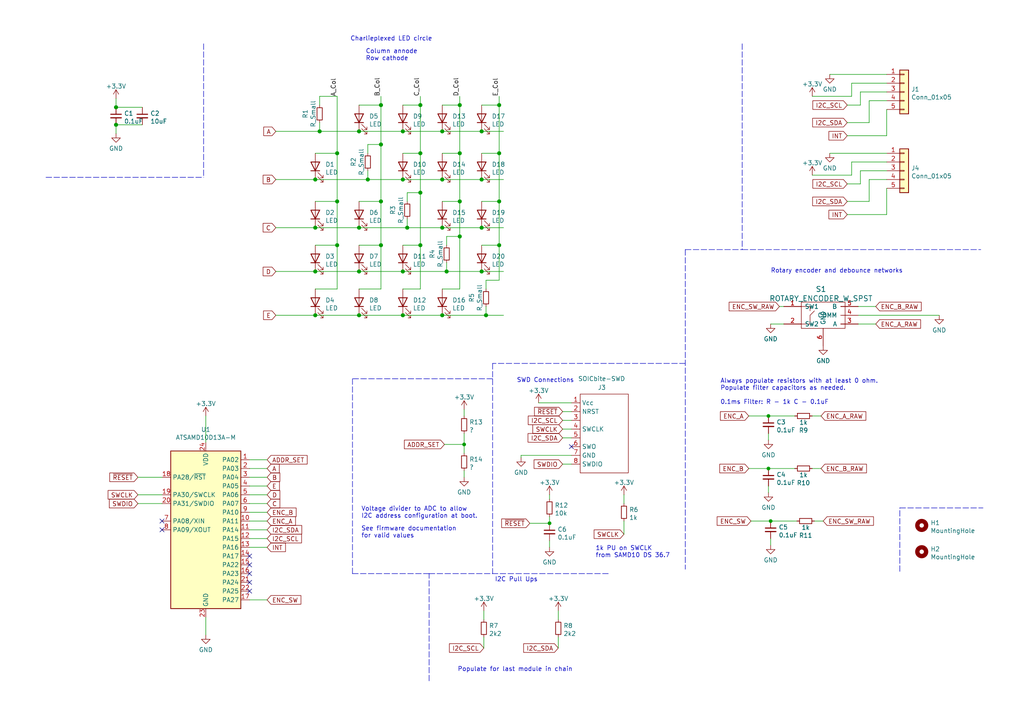
<source format=kicad_sch>
(kicad_sch (version 20211123) (generator eeschema)
  (paper "A4")
  (lib_symbols
    (symbol "BVH_SOICbite:SOICbite-SWD"
      (property "Reference" "J" (at 0 -15.24 0))
      (property "Value" "SOICbite-SWD" (at 0 11.43 0))
      (symbol "SOICbite-SWD_0_1"
        (rectangle (start -6.35 10.16) (end 7.62 -12.7))
      )
      (symbol "SOICbite-SWD_1_1"
        (pin output line (at -8.89 7.62 0) (length 2.54) (name "Vcc") (number "1"))
        (pin output line (at -8.89 5.08 0) (length 2.54) (name "NRST") (number "2"))
        (pin output line (at -8.89 2.54 0) (length 2.54) (name "") (number "3"))
        (pin output line (at -8.89 0 0) (length 2.54) (name "SWCLK") (number "4"))
        (pin output line (at -8.89 -2.54 0) (length 2.54) (name "") (number "5"))
        (pin input line (at -8.89 -5.08 0) (length 2.54) (name "SWO") (number "6"))
        (pin output line (at -8.89 -7.62 0) (length 2.54) (name "GND") (number "7"))
        (pin bidirectional line (at -8.89 -10.16 0) (length 2.54) (name "SWDIO") (number "8"))
      )
    )
    (symbol "BVH_Switches_Inputs:ROTARY_ENCODER_W_SPST" (pin_names (offset 1.016))
      (property "Reference" "S" (at 0 5.08 0))
      (property "Value" "ROTARY_ENCODER_W_SPST" (at 1.27 7.62 0))
      (symbol "ROTARY_ENCODER_W_SPST_0_1"
        (rectangle (start -6.35 3.81) (end 6.35 -3.81))
        (polyline (pts (xy -6.35 -2.54) (xy -3.81 -2.54)))
        (polyline (pts (xy -6.35 2.54) (xy -3.81 2.54)))
        (polyline (pts (xy -3.81 2.54) (xy -3.81 1.27)))
        (polyline (pts (xy -3.81 -2.54) (xy -3.81 0) (xy -2.54 1.27)))
      )
      (symbol "ROTARY_ENCODER_W_SPST_1_1"
        (pin input line (at -11.43 2.54 0) (length 5.08) (name "SW1") (number "1"))
        (pin input line (at -11.43 -2.54 0) (length 5.08) (name "SW2") (number "2"))
        (pin input line (at 10.16 -2.54 180) (length 5.08) (name "A") (number "3"))
        (pin input line (at 10.16 0 180) (length 5.08) (name "COMM") (number "4"))
        (pin input line (at 10.16 2.54 180) (length 5.08) (name "B") (number "5"))
        (pin input line (at 0 -8.89 90) (length 5.08) (name "GND") (number "6"))
      )
    )
    (symbol "Connector_Generic:Conn_01x05" (pin_names (offset 1.016) hide)
      (property "Reference" "J" (at 0 7.62 0))
      (property "Value" "Conn_01x05" (at 0 -7.62 0))
      (symbol "Conn_01x05_1_1"
        (rectangle (start -1.27 -4.953) (end 0 -5.207) (stroke (width 0.1524)))
        (rectangle (start -1.27 -2.413) (end 0 -2.667) (stroke (width 0.1524)))
        (rectangle (start -1.27 0.127) (end 0 -0.127) (stroke (width 0.1524)))
        (rectangle (start -1.27 2.667) (end 0 2.413) (stroke (width 0.1524)))
        (rectangle (start -1.27 5.207) (end 0 4.953) (stroke (width 0.1524)))
        (rectangle (start -1.27 6.35) (end 1.27 -6.35) (stroke (width 0.254)) (fill (type background)))
        (pin passive line (at -5.08 5.08 0) (length 3.81) (name "Pin_1") (number "1"))
        (pin passive line (at -5.08 2.54 0) (length 3.81) (name "Pin_2") (number "2"))
        (pin passive line (at -5.08 0 0) (length 3.81) (name "Pin_3") (number "3"))
        (pin passive line (at -5.08 -2.54 0) (length 3.81) (name "Pin_4") (number "4"))
        (pin passive line (at -5.08 -5.08 0) (length 3.81) (name "Pin_5") (number "5"))
      )
    )
    (symbol "Device:C_Small" (pin_numbers hide) (pin_names (offset 0.254) hide)
      (property "Reference" "C" (at 0.254 1.778 0))
      (property "Value" "C_Small" (at 0.254 -2.032 0))
      (symbol "C_Small_0_1"
        (polyline (pts (xy -1.524 -0.508) (xy 1.524 -0.508)) (stroke (width 0.3302)))
        (polyline (pts (xy -1.524 0.508) (xy 1.524 0.508)) (stroke (width 0.3048)))
      )
      (symbol "C_Small_1_1"
        (pin passive line (at 0 2.54 270) (length 2.032) (name "~") (number "1"))
        (pin passive line (at 0 -2.54 90) (length 2.032) (name "~") (number "2"))
      )
    )
    (symbol "Device:LED" (pin_numbers hide) (pin_names (offset 1.016) hide)
      (property "Reference" "D" (at 0 2.54 0))
      (property "Value" "LED" (at 0 -2.54 0))
      (symbol "LED_0_1"
        (polyline (pts (xy -1.27 -1.27) (xy -1.27 1.27)) (stroke (width 0.254)))
        (polyline (pts (xy -1.27 0) (xy 1.27 0)))
        (polyline (pts (xy 1.27 -1.27) (xy 1.27 1.27) (xy -1.27 0) (xy 1.27 -1.27)) (stroke (width 0.254)))
        (polyline (pts (xy -3.048 -0.762) (xy -4.572 -2.286) (xy -3.81 -2.286) (xy -4.572 -2.286) (xy -4.572 -1.524)))
        (polyline (pts (xy -1.778 -0.762) (xy -3.302 -2.286) (xy -2.54 -2.286) (xy -3.302 -2.286) (xy -3.302 -1.524)))
      )
      (symbol "LED_1_1"
        (pin passive line (at -3.81 0 0) (length 2.54) (name "K") (number "1"))
        (pin passive line (at 3.81 0 180) (length 2.54) (name "A") (number "2"))
      )
    )
    (symbol "Device:R_Small" (pin_numbers hide) (pin_names (offset 0.254) hide)
      (property "Reference" "R" (at 0.762 0.508 0))
      (property "Value" "R_Small" (at 0.762 -1.016 0))
      (symbol "R_Small_0_1"
        (rectangle (start -0.762 1.778) (end 0.762 -1.778) (stroke (width 0.2032)))
      )
      (symbol "R_Small_1_1"
        (pin passive line (at 0 2.54 270) (length 0.762) (name "~") (number "1"))
        (pin passive line (at 0 -2.54 90) (length 0.762) (name "~") (number "2"))
      )
    )
    (symbol "MCU_Microchip_SAMD:ATSAMD10D13A-M"
      (property "Reference" "U" (at -10.16 24.13 0))
      (property "Value" "ATSAMD10D13A-M" (at 1.27 24.13 0))
      (symbol "ATSAMD10D13A-M_0_1"
        (rectangle (start -10.16 22.86) (end 10.16 -22.86) (stroke (width 0.254)) (fill (type background)))
      )
      (symbol "ATSAMD10D13A-M_1_1"
        (pin bidirectional line (at 12.7 20.32 180) (length 2.54) (name "PA02") (number "1"))
        (pin bidirectional line (at 12.7 2.54 180) (length 2.54) (name "PA11") (number "10"))
        (pin bidirectional line (at 12.7 0 180) (length 2.54) (name "PA14") (number "11"))
        (pin bidirectional line (at 12.7 -2.54 180) (length 2.54) (name "PA15") (number "12"))
        (pin bidirectional line (at 12.7 -5.08 180) (length 2.54) (name "PA16") (number "13"))
        (pin bidirectional line (at 12.7 -7.62 180) (length 2.54) (name "PA17") (number "14"))
        (pin bidirectional line (at 12.7 -10.16 180) (length 2.54) (name "PA22") (number "15"))
        (pin bidirectional line (at 12.7 -12.7 180) (length 2.54) (name "PA23") (number "16"))
        (pin bidirectional line (at 12.7 -20.32 180) (length 2.54) (name "PA27") (number "17"))
        (pin bidirectional line (at -12.7 15.24 0) (length 2.54) (name "PA28/~{RST}") (number "18"))
        (pin bidirectional line (at -12.7 10.16 0) (length 2.54) (name "PA30/SWCLK") (number "19"))
        (pin bidirectional line (at 12.7 17.78 180) (length 2.54) (name "PA03") (number "2"))
        (pin bidirectional line (at -12.7 7.62 0) (length 2.54) (name "PA31/SWDIO") (number "20"))
        (pin bidirectional line (at 12.7 -15.24 180) (length 2.54) (name "PA24") (number "21"))
        (pin bidirectional line (at 12.7 -17.78 180) (length 2.54) (name "PA25") (number "22"))
        (pin power_in line (at 0 -25.4 90) (length 2.54) (name "GND") (number "23"))
        (pin power_in line (at 0 25.4 270) (length 2.54) (name "VDD") (number "24"))
        (pin bidirectional line (at 12.7 15.24 180) (length 2.54) (name "PA04") (number "3"))
        (pin bidirectional line (at 12.7 12.7 180) (length 2.54) (name "PA05") (number "4"))
        (pin bidirectional line (at 12.7 10.16 180) (length 2.54) (name "PA06") (number "5"))
        (pin bidirectional line (at 12.7 7.62 180) (length 2.54) (name "PA07") (number "6"))
        (pin bidirectional line (at -12.7 2.54 0) (length 2.54) (name "PA08/XIN") (number "7"))
        (pin bidirectional line (at -12.7 0 0) (length 2.54) (name "PA09/XOUT") (number "8"))
        (pin bidirectional line (at 12.7 5.08 180) (length 2.54) (name "PA10") (number "9"))
      )
    )
    (symbol "Mechanical:MountingHole" (pin_names (offset 1.016))
      (property "Reference" "H" (at 0 5.08 0))
      (property "Value" "MountingHole" (at 0 3.175 0))
      (symbol "MountingHole_0_1"
        (circle (center 0 0) (radius 1.27) (stroke (width 1.27)))
      )
    )
    (symbol "power:+3.3V" (power) (pin_names (offset 0))
      (property "Value" "+3.3V" (at 0 3.556 0))
      (symbol "+3.3V_0_1"
        (polyline (pts (xy -0.762 1.27) (xy 0 2.54)))
        (polyline (pts (xy 0 0) (xy 0 2.54)))
        (polyline (pts (xy 0 2.54) (xy 0.762 1.27)))
      )
      (symbol "+3.3V_1_1"
        (pin power_in line (at 0 0 90) (length 0) hide (name "+3.3V") (number "1"))
      )
    )
    (symbol "power:GND" (power) (pin_names (offset 0))
      (property "Value" "GND" (at 0 -3.81 0))
      (symbol "GND_0_1"
        (polyline (pts (xy 0 0) (xy 0 -1.27) (xy 1.27 -1.27) (xy 0 -2.54) (xy -1.27 -1.27) (xy 0 -1.27)))
      )
      (symbol "GND_1_1"
        (pin power_in line (at 0 0 270) (length 0) hide (name "GND") (number "1"))
      )
    )
  )
  (junction (at 139.7 78.74) (diameter 1.016))
  (junction (at 128.27 66.04) (diameter 1.016))
  (junction (at 144.78 58.42) (diameter 1.016))
  (junction (at 110.49 58.42) (diameter 1.016))
  (junction (at 116.84 91.44) (diameter 1.016))
  (junction (at 91.44 91.44) (diameter 1.016))
  (junction (at 33.655 31.115) (diameter 1.016))
  (junction (at 121.92 44.45) (diameter 1.016))
  (junction (at 121.92 30.48) (diameter 1.016))
  (junction (at 128.27 38.1) (diameter 1.016))
  (junction (at 134.62 128.905))
  (junction (at 223.52 151.13))
  (junction (at 128.27 91.44) (diameter 1.016))
  (junction (at 97.79 58.42) (diameter 1.016))
  (junction (at 91.44 52.07) (diameter 1.016))
  (junction (at 110.49 41.91) (diameter 1.016))
  (junction (at 133.35 68.58) (diameter 1.016))
  (junction (at 116.84 38.1) (diameter 1.016))
  (junction (at 139.7 52.07) (diameter 1.016))
  (junction (at 104.14 66.04) (diameter 1.016))
  (junction (at 104.14 38.1) (diameter 1.016))
  (junction (at 116.84 78.74) (diameter 1.016))
  (junction (at 144.78 71.12) (diameter 1.016))
  (junction (at 110.49 71.12) (diameter 1.016))
  (junction (at 33.655 36.195) (diameter 1.016))
  (junction (at 144.78 44.45) (diameter 1.016))
  (junction (at 110.49 30.48) (diameter 1.016))
  (junction (at 139.7 38.1) (diameter 1.016))
  (junction (at 91.44 78.74) (diameter 1.016))
  (junction (at 97.79 44.45) (diameter 1.016))
  (junction (at 104.14 78.74) (diameter 1.016))
  (junction (at 118.11 66.04) (diameter 1.016))
  (junction (at 92.71 38.1) (diameter 1.016))
  (junction (at 144.78 30.48) (diameter 1.016))
  (junction (at 128.27 52.07) (diameter 1.016))
  (junction (at 133.35 44.45) (diameter 1.016))
  (junction (at 106.68 52.07) (diameter 1.016))
  (junction (at 140.97 91.44) (diameter 1.016))
  (junction (at 133.35 58.42) (diameter 1.016))
  (junction (at 104.14 91.44) (diameter 1.016))
  (junction (at 159.385 151.765))
  (junction (at 133.35 30.48) (diameter 1.016))
  (junction (at 116.84 52.07) (diameter 1.016))
  (junction (at 129.54 78.74) (diameter 1.016))
  (junction (at 97.79 71.12) (diameter 1.016))
  (junction (at 222.885 120.65))
  (junction (at 121.92 71.12) (diameter 1.016))
  (junction (at 139.7 66.04) (diameter 1.016))
  (junction (at 121.92 55.88) (diameter 1.016))
  (junction (at 91.44 66.04) (diameter 1.016))
  (junction (at 222.885 135.89))
  (no_connect (at 72.39 161.29))
  (no_connect (at 72.39 163.83))
  (no_connect (at 72.39 166.37))
  (no_connect (at 72.39 168.91))
  (no_connect (at 46.99 151.13))
  (no_connect (at 46.99 153.67))
  (no_connect (at 72.39 171.45))
  (no_connect (at 165.735 129.54))
  (wire (pts (xy 129.54 76.2) (xy 129.54 78.74)))
  (wire (pts (xy 240.665 21.59) (xy 257.175 21.59)))
  (wire (pts (xy 72.39 143.51) (xy 77.47 143.51)))
  (wire (pts (xy 217.805 151.13) (xy 223.52 151.13)))
  (wire (pts (xy 40.005 143.51) (xy 46.99 143.51)))
  (wire (pts (xy 144.78 27.94) (xy 144.78 30.48)))
  (wire (pts (xy 144.78 30.48) (xy 144.78 44.45)))
  (wire (pts (xy 144.78 44.45) (xy 144.78 58.42)))
  (wire (pts (xy 144.78 58.42) (xy 144.78 71.12)))
  (wire (pts (xy 144.78 71.12) (xy 144.78 81.28)))
  (wire (pts (xy 59.69 120.65) (xy 59.69 128.27)))
  (polyline (pts (xy 59.055 12.7) (xy 59.055 51.435)))
  (wire (pts (xy 92.71 35.56) (xy 92.71 38.1)))
  (wire (pts (xy 116.84 71.12) (xy 121.92 71.12)))
  (wire (pts (xy 257.175 62.23) (xy 257.175 54.61)))
  (wire (pts (xy 161.925 184.785) (xy 161.925 187.96)))
  (wire (pts (xy 235.585 120.65) (xy 238.125 120.65)))
  (wire (pts (xy 247.015 46.99) (xy 247.015 50.8)))
  (wire (pts (xy 163.195 124.46) (xy 165.735 124.46)))
  (wire (pts (xy 222.885 135.89) (xy 230.505 135.89)))
  (wire (pts (xy 240.665 44.45) (xy 257.175 44.45)))
  (wire (pts (xy 97.79 71.12) (xy 97.79 83.82)))
  (wire (pts (xy 163.195 127) (xy 165.735 127)))
  (wire (pts (xy 245.745 62.23) (xy 257.175 62.23)))
  (wire (pts (xy 72.39 173.99) (xy 77.47 173.99)))
  (wire (pts (xy 153.67 151.765) (xy 159.385 151.765)))
  (wire (pts (xy 139.7 44.45) (xy 144.78 44.45)))
  (polyline (pts (xy 142.875 109.855) (xy 102.235 109.855)))
  (wire (pts (xy 91.44 44.45) (xy 97.79 44.45)))
  (wire (pts (xy 134.62 128.905) (xy 134.62 125.73)))
  (wire (pts (xy 118.11 55.88) (xy 121.92 55.88)))
  (wire (pts (xy 118.11 58.42) (xy 118.11 55.88)))
  (wire (pts (xy 110.49 27.94) (xy 110.49 30.48)))
  (wire (pts (xy 110.49 30.48) (xy 110.49 41.91)))
  (wire (pts (xy 110.49 41.91) (xy 110.49 58.42)))
  (wire (pts (xy 110.49 58.42) (xy 110.49 71.12)))
  (wire (pts (xy 72.39 153.67) (xy 77.47 153.67)))
  (wire (pts (xy 235.585 50.8) (xy 247.015 50.8)))
  (wire (pts (xy 159.385 149.86) (xy 159.385 151.765)))
  (wire (pts (xy 257.175 46.99) (xy 247.015 46.99)))
  (wire (pts (xy 106.68 41.91) (xy 110.49 41.91)))
  (wire (pts (xy 106.68 44.45) (xy 106.68 41.91)))
  (wire (pts (xy 180.975 151.13) (xy 180.975 154.94)))
  (wire (pts (xy 236.22 151.13) (xy 238.76 151.13)))
  (wire (pts (xy 72.39 133.35) (xy 77.47 133.35)))
  (wire (pts (xy 163.195 121.92) (xy 165.735 121.92)))
  (wire (pts (xy 118.11 63.5) (xy 118.11 66.04)))
  (wire (pts (xy 134.62 128.905) (xy 134.62 131.445)))
  (wire (pts (xy 128.27 44.45) (xy 133.35 44.45)))
  (wire (pts (xy 110.49 71.12) (xy 110.49 83.82)))
  (wire (pts (xy 128.905 128.905) (xy 134.62 128.905)))
  (wire (pts (xy 217.17 120.65) (xy 222.885 120.65)))
  (wire (pts (xy 128.27 58.42) (xy 133.35 58.42)))
  (wire (pts (xy 72.39 138.43) (xy 77.47 138.43)))
  (wire (pts (xy 222.885 120.65) (xy 230.505 120.65)))
  (wire (pts (xy 140.97 81.28) (xy 144.78 81.28)))
  (wire (pts (xy 140.97 83.82) (xy 140.97 81.28)))
  (wire (pts (xy 72.39 135.89) (xy 77.47 135.89)))
  (wire (pts (xy 223.52 156.21) (xy 223.52 158.115)))
  (wire (pts (xy 33.655 28.575) (xy 33.655 31.115)))
  (wire (pts (xy 180.975 143.51) (xy 180.975 146.05)))
  (wire (pts (xy 72.39 158.75) (xy 77.47 158.75)))
  (wire (pts (xy 40.005 138.43) (xy 46.99 138.43)))
  (wire (pts (xy 72.39 148.59) (xy 77.47 148.59)))
  (wire (pts (xy 163.195 134.62) (xy 165.735 134.62)))
  (wire (pts (xy 106.68 49.53) (xy 106.68 52.07)))
  (wire (pts (xy 245.745 39.37) (xy 257.175 39.37)))
  (wire (pts (xy 257.175 39.37) (xy 257.175 31.75)))
  (wire (pts (xy 248.92 91.44) (xy 272.415 91.44)))
  (wire (pts (xy 223.52 93.98) (xy 227.33 93.98)))
  (wire (pts (xy 59.69 179.07) (xy 59.69 184.15)))
  (wire (pts (xy 140.335 184.785) (xy 140.335 187.96)))
  (wire (pts (xy 116.84 30.48) (xy 121.92 30.48)))
  (wire (pts (xy 72.39 156.21) (xy 77.47 156.21)))
  (wire (pts (xy 163.195 119.38) (xy 165.735 119.38)))
  (wire (pts (xy 140.335 177.165) (xy 140.335 179.705)))
  (wire (pts (xy 104.14 83.82) (xy 110.49 83.82)))
  (wire (pts (xy 252.095 52.07) (xy 252.095 58.42)))
  (wire (pts (xy 140.97 88.9) (xy 140.97 91.44)))
  (wire (pts (xy 116.84 83.82) (xy 121.92 83.82)))
  (wire (pts (xy 116.84 44.45) (xy 121.92 44.45)))
  (polyline (pts (xy 124.46 166.37) (xy 176.53 166.37)))
  (wire (pts (xy 223.52 151.13) (xy 231.14 151.13)))
  (wire (pts (xy 129.54 68.58) (xy 133.35 68.58)))
  (wire (pts (xy 129.54 71.12) (xy 129.54 68.58)))
  (wire (pts (xy 33.655 36.195) (xy 33.655 38.735)))
  (wire (pts (xy 235.585 27.94) (xy 247.015 27.94)))
  (wire (pts (xy 247.015 24.13) (xy 247.015 27.94)))
  (wire (pts (xy 257.175 24.13) (xy 247.015 24.13)))
  (wire (pts (xy 245.745 30.48) (xy 249.555 30.48)))
  (wire (pts (xy 249.555 26.67) (xy 257.175 26.67)))
  (wire (pts (xy 249.555 30.48) (xy 249.555 26.67)))
  (wire (pts (xy 121.92 27.94) (xy 121.92 30.48)))
  (wire (pts (xy 121.92 30.48) (xy 121.92 44.45)))
  (wire (pts (xy 121.92 44.45) (xy 121.92 55.88)))
  (wire (pts (xy 121.92 55.88) (xy 121.92 71.12)))
  (wire (pts (xy 121.92 71.12) (xy 121.92 83.82)))
  (wire (pts (xy 40.005 146.05) (xy 46.99 146.05)))
  (wire (pts (xy 80.01 52.07) (xy 91.44 52.07)))
  (wire (pts (xy 91.44 52.07) (xy 106.68 52.07)))
  (wire (pts (xy 106.68 52.07) (xy 116.84 52.07)))
  (wire (pts (xy 116.84 52.07) (xy 128.27 52.07)))
  (wire (pts (xy 128.27 52.07) (xy 139.7 52.07)))
  (wire (pts (xy 139.7 52.07) (xy 146.05 52.07)))
  (wire (pts (xy 134.62 118.745) (xy 134.62 120.65)))
  (wire (pts (xy 72.39 151.13) (xy 77.47 151.13)))
  (wire (pts (xy 159.385 156.845) (xy 159.385 158.75)))
  (wire (pts (xy 151.13 132.08) (xy 151.13 132.715)))
  (polyline (pts (xy 260.985 147.32) (xy 285.115 147.32)))
  (wire (pts (xy 33.655 31.115) (xy 41.275 31.115)))
  (polyline (pts (xy 13.335 51.435) (xy 59.055 51.435)))
  (polyline (pts (xy 215.265 12.7) (xy 215.265 72.39)))
  (wire (pts (xy 156.21 116.84) (xy 165.735 116.84)))
  (wire (pts (xy 252.095 29.21) (xy 252.095 35.56)))
  (wire (pts (xy 252.095 35.56) (xy 245.745 35.56)))
  (wire (pts (xy 257.175 29.21) (xy 252.095 29.21)))
  (wire (pts (xy 235.585 135.89) (xy 238.125 135.89)))
  (wire (pts (xy 97.79 27.94) (xy 97.79 44.45)))
  (wire (pts (xy 97.79 44.45) (xy 97.79 58.42)))
  (wire (pts (xy 97.79 58.42) (xy 97.79 71.12)))
  (wire (pts (xy 104.14 58.42) (xy 110.49 58.42)))
  (wire (pts (xy 257.175 52.07) (xy 252.095 52.07)))
  (wire (pts (xy 249.555 49.53) (xy 257.175 49.53)))
  (wire (pts (xy 139.7 58.42) (xy 144.78 58.42)))
  (wire (pts (xy 92.71 27.94) (xy 97.79 27.94)))
  (wire (pts (xy 92.71 30.48) (xy 92.71 27.94)))
  (polyline (pts (xy 102.235 166.37) (xy 124.46 166.37)))
  (polyline (pts (xy 198.755 105.41) (xy 142.875 105.41)))
  (wire (pts (xy 91.44 58.42) (xy 97.79 58.42)))
  (wire (pts (xy 133.35 27.94) (xy 133.35 30.48)))
  (wire (pts (xy 133.35 30.48) (xy 133.35 44.45)))
  (wire (pts (xy 133.35 44.45) (xy 133.35 58.42)))
  (wire (pts (xy 133.35 58.42) (xy 133.35 68.58)))
  (wire (pts (xy 133.35 68.58) (xy 133.35 83.82)))
  (wire (pts (xy 226.06 88.9) (xy 227.33 88.9)))
  (wire (pts (xy 104.14 71.12) (xy 110.49 71.12)))
  (wire (pts (xy 249.555 53.34) (xy 249.555 49.53)))
  (polyline (pts (xy 198.755 72.39) (xy 198.755 165.1)))
  (polyline (pts (xy 102.235 109.855) (xy 102.235 166.37)))
  (wire (pts (xy 139.7 71.12) (xy 144.78 71.12)))
  (wire (pts (xy 134.62 136.525) (xy 134.62 138.43)))
  (wire (pts (xy 80.01 78.74) (xy 91.44 78.74)))
  (wire (pts (xy 91.44 78.74) (xy 104.14 78.74)))
  (wire (pts (xy 104.14 78.74) (xy 116.84 78.74)))
  (wire (pts (xy 116.84 78.74) (xy 129.54 78.74)))
  (wire (pts (xy 129.54 78.74) (xy 139.7 78.74)))
  (wire (pts (xy 139.7 78.74) (xy 146.05 78.74)))
  (wire (pts (xy 248.92 88.9) (xy 254 88.9)))
  (wire (pts (xy 33.655 36.195) (xy 41.275 36.195)))
  (polyline (pts (xy 215.265 72.39) (xy 284.48 72.39)))
  (wire (pts (xy 161.925 177.165) (xy 161.925 179.705)))
  (wire (pts (xy 80.01 38.1) (xy 92.71 38.1)))
  (wire (pts (xy 80.01 91.44) (xy 91.44 91.44)))
  (wire (pts (xy 91.44 91.44) (xy 104.14 91.44)))
  (wire (pts (xy 92.71 38.1) (xy 104.14 38.1)))
  (wire (pts (xy 104.14 38.1) (xy 116.84 38.1)))
  (wire (pts (xy 104.14 91.44) (xy 116.84 91.44)))
  (wire (pts (xy 116.84 38.1) (xy 128.27 38.1)))
  (wire (pts (xy 116.84 91.44) (xy 128.27 91.44)))
  (wire (pts (xy 128.27 38.1) (xy 139.7 38.1)))
  (wire (pts (xy 128.27 91.44) (xy 140.97 91.44)))
  (wire (pts (xy 139.7 38.1) (xy 146.05 38.1)))
  (wire (pts (xy 140.97 91.44) (xy 146.05 91.44)))
  (polyline (pts (xy 124.46 197.485) (xy 124.46 166.37)))
  (wire (pts (xy 104.14 30.48) (xy 110.49 30.48)))
  (polyline (pts (xy 260.985 165.735) (xy 260.985 147.32)))
  (wire (pts (xy 222.885 140.97) (xy 222.885 142.875)))
  (wire (pts (xy 72.39 146.05) (xy 77.47 146.05)))
  (wire (pts (xy 248.92 93.98) (xy 254 93.98)))
  (wire (pts (xy 91.44 71.12) (xy 97.79 71.12)))
  (wire (pts (xy 72.39 140.97) (xy 77.47 140.97)))
  (wire (pts (xy 128.27 83.82) (xy 133.35 83.82)))
  (polyline (pts (xy 198.755 72.39) (xy 215.265 72.39)))
  (wire (pts (xy 139.7 30.48) (xy 144.78 30.48)))
  (polyline (pts (xy 142.875 105.41) (xy 142.875 166.37)))
  (wire (pts (xy 128.27 30.48) (xy 133.35 30.48)))
  (wire (pts (xy 165.735 132.08) (xy 151.13 132.08)))
  (wire (pts (xy 222.885 125.73) (xy 222.885 127.635)))
  (wire (pts (xy 91.44 83.82) (xy 97.79 83.82)))
  (wire (pts (xy 252.095 58.42) (xy 245.745 58.42)))
  (wire (pts (xy 245.745 53.34) (xy 249.555 53.34)))
  (wire (pts (xy 80.01 66.04) (xy 91.44 66.04)))
  (wire (pts (xy 91.44 66.04) (xy 104.14 66.04)))
  (wire (pts (xy 104.14 66.04) (xy 118.11 66.04)))
  (wire (pts (xy 118.11 66.04) (xy 128.27 66.04)))
  (wire (pts (xy 128.27 66.04) (xy 139.7 66.04)))
  (wire (pts (xy 139.7 66.04) (xy 146.05 66.04)))
  (wire (pts (xy 217.17 135.89) (xy 222.885 135.89)))
  (wire (pts (xy 159.385 143.51) (xy 159.385 144.78)))
  (text "1k PU on SWCLK \nfrom SAMD10 DS 36.7" (at 172.72 161.925 0) (effects (font (size 1.27 1.27)) (justify left bottom)))
  (text "Populate for last module in chain" (at 132.715 194.945 0) (effects (font (size 1.27 1.27)) (justify left bottom)))
  (text "Rotary encoder and debounce networks" (at 223.52 79.375 0) (effects (font (size 1.27 1.27)) (justify left bottom)))
  (text "I2C Pull Ups" (at 143.51 168.91 0) (effects (font (size 1.27 1.27)) (justify left bottom)))
  (text "See firmware documentation \nfor valid values" (at 104.775 156.21 0) (effects (font (size 1.27 1.27)) (justify left bottom)))
  (text "Column annode\nRow cathode" (at 106.045 17.78 0) (effects (font (size 1.27 1.27)) (justify left bottom)))
  (text "Voltage divider to ADC to allow\nI2C address configuration at boot." (at 104.775 150.495 0) (effects (font (size 1.27 1.27)) (justify left bottom)))
  (text "SWD Connections" (at 149.86 111.125 0) (effects (font (size 1.27 1.27)) (justify left bottom)))
  (text "Charlieplexed LED circle" (at 101.6 12.065 0) (effects (font (size 1.27 1.27)) (justify left bottom)))
  (text "Always populate resistors with at least 0 ohm.\nPopulate filter capacitors as needed.\n\n0.1ms Filter: R - 1k C - 0.1uF" (at 208.915 117.475 0) (effects (font (size 1.27 1.27)) (justify left bottom)))
  (label "E_Col" (at 144.78 27.94 90))
  (label "D_Col" (at 133.35 27.94 90))
  (label "B_Col" (at 110.49 27.94 90))
  (label "A_Col" (at 97.79 27.94 90))
  (label "C_Col" (at 121.92 27.94 90))
  (global_label "I2C_SCL" (shape input) (at 245.745 53.34 180) (property "Intersheet References" "${INTERSHEET_REFS}" (effects hide)))
  (global_label "I2C_SCL" (shape input) (at 245.745 30.48 180) (property "Intersheet References" "${INTERSHEET_REFS}" (effects hide)))
  (global_label "I2C_SDA" (shape input) (at 245.745 58.42 180) (property "Intersheet References" "${INTERSHEET_REFS}" (effects hide)))
  (global_label "I2C_SDA" (shape input) (at 163.195 127 180) (property "Intersheet References" "${INTERSHEET_REFS}" (effects hide)))
  (global_label "E" (shape input) (at 80.01 91.44 180) (property "Intersheet References" "${INTERSHEET_REFS}" (effects hide)))
  (global_label "B" (shape input) (at 77.47 138.43 0) (property "Intersheet References" "${INTERSHEET_REFS}" (effects hide)))
  (global_label "ENC_A" (shape input) (at 77.47 151.13 0) (property "Intersheet References" "${INTERSHEET_REFS}" (effects hide)))
  (global_label "~{RESET}" (shape input) (at 153.67 151.765 180) (property "Intersheet References" "${INTERSHEET_REFS}" (effects hide)))
  (global_label "ENC_A" (shape input) (at 217.17 120.65 180) (property "Intersheet References" "${INTERSHEET_REFS}" (effects hide)))
  (global_label "SWCLK" (shape input) (at 180.975 154.94 180) (property "Intersheet References" "${INTERSHEET_REFS}" (effects hide)))
  (global_label "C" (shape input) (at 77.47 146.05 0) (property "Intersheet References" "${INTERSHEET_REFS}" (effects hide)))
  (global_label "INT" (shape input) (at 245.745 39.37 180) (property "Intersheet References" "${INTERSHEET_REFS}" (effects hide)))
  (global_label "ADDR_SET" (shape input) (at 77.47 133.35 0) (property "Intersheet References" "${INTERSHEET_REFS}" (effects hide)))
  (global_label "ENC_SW_RAW" (shape input) (at 238.76 151.13 0) (property "Intersheet References" "${INTERSHEET_REFS}" (effects hide)))
  (global_label "SWCLK" (shape input) (at 40.005 143.51 180) (property "Intersheet References" "${INTERSHEET_REFS}" (effects hide)))
  (global_label "ENC_B" (shape input) (at 77.47 148.59 0) (property "Intersheet References" "${INTERSHEET_REFS}" (effects hide)))
  (global_label "SWCLK" (shape input) (at 163.195 124.46 180) (property "Intersheet References" "${INTERSHEET_REFS}" (effects hide)))
  (global_label "ENC_SW" (shape input) (at 217.805 151.13 180) (property "Intersheet References" "${INTERSHEET_REFS}" (effects hide)))
  (global_label "INT" (shape input) (at 77.47 158.75 0) (property "Intersheet References" "${INTERSHEET_REFS}" (effects hide)))
  (global_label "A" (shape input) (at 80.01 38.1 180) (property "Intersheet References" "${INTERSHEET_REFS}" (effects hide)))
  (global_label "ENC_SW" (shape input) (at 77.47 173.99 0) (property "Intersheet References" "${INTERSHEET_REFS}" (effects hide)))
  (global_label "I2C_SCL" (shape input) (at 140.335 187.96 180) (property "Intersheet References" "${INTERSHEET_REFS}" (effects hide)))
  (global_label "ENC_A_RAW" (shape input) (at 254 93.98 0) (property "Intersheet References" "${INTERSHEET_REFS}" (effects hide)))
  (global_label "ENC_A_RAW" (shape input) (at 238.125 120.65 0) (property "Intersheet References" "${INTERSHEET_REFS}" (effects hide)))
  (global_label "E" (shape input) (at 77.47 140.97 0) (property "Intersheet References" "${INTERSHEET_REFS}" (effects hide)))
  (global_label "~{RESET}" (shape input) (at 40.005 138.43 180) (property "Intersheet References" "${INTERSHEET_REFS}" (effects hide)))
  (global_label "C" (shape input) (at 80.01 66.04 180) (property "Intersheet References" "${INTERSHEET_REFS}" (effects hide)))
  (global_label "SWDIO" (shape input) (at 40.005 146.05 180) (property "Intersheet References" "${INTERSHEET_REFS}" (effects hide)))
  (global_label "D" (shape input) (at 80.01 78.74 180) (property "Intersheet References" "${INTERSHEET_REFS}" (effects hide)))
  (global_label "A" (shape input) (at 77.47 135.89 0) (property "Intersheet References" "${INTERSHEET_REFS}" (effects hide)))
  (global_label "I2C_SDA" (shape input) (at 245.745 35.56 180) (property "Intersheet References" "${INTERSHEET_REFS}" (effects hide)))
  (global_label "ADDR_SET" (shape input) (at 128.905 128.905 180) (property "Intersheet References" "${INTERSHEET_REFS}" (effects hide)))
  (global_label "ENC_SW_RAW" (shape input) (at 226.06 88.9 180) (property "Intersheet References" "${INTERSHEET_REFS}" (effects hide)))
  (global_label "~{RESET}" (shape input) (at 163.195 119.38 180) (property "Intersheet References" "${INTERSHEET_REFS}" (effects hide)))
  (global_label "INT" (shape input) (at 245.745 62.23 180) (property "Intersheet References" "${INTERSHEET_REFS}" (effects hide)))
  (global_label "D" (shape input) (at 77.47 143.51 0) (property "Intersheet References" "${INTERSHEET_REFS}" (effects hide)))
  (global_label "B" (shape input) (at 80.01 52.07 180) (property "Intersheet References" "${INTERSHEET_REFS}" (effects hide)))
  (global_label "ENC_B_RAW" (shape input) (at 254 88.9 0) (property "Intersheet References" "${INTERSHEET_REFS}" (effects hide)))
  (global_label "SWDIO" (shape input) (at 163.195 134.62 180) (property "Intersheet References" "${INTERSHEET_REFS}" (effects hide)))
  (global_label "ENC_B_RAW" (shape input) (at 238.125 135.89 0) (property "Intersheet References" "${INTERSHEET_REFS}" (effects hide)))
  (global_label "I2C_SDA" (shape input) (at 161.925 187.96 180) (property "Intersheet References" "${INTERSHEET_REFS}" (effects hide)))
  (global_label "I2C_SDA" (shape input) (at 77.47 153.67 0) (property "Intersheet References" "${INTERSHEET_REFS}" (effects hide)))
  (global_label "I2C_SCL" (shape input) (at 163.195 121.92 180) (property "Intersheet References" "${INTERSHEET_REFS}" (effects hide)))
  (global_label "I2C_SCL" (shape input) (at 77.47 156.21 0) (property "Intersheet References" "${INTERSHEET_REFS}" (effects hide)))
  (global_label "ENC_B" (shape input) (at 217.17 135.89 180) (property "Intersheet References" "${INTERSHEET_REFS}" (effects hide)))
  (symbol (lib_id "power:+3.3V") (at 59.69 120.65 0) (unit 1)
    (property "Reference" "#PWR03" (effects hide))
    (property "Value" "+3.3V" (at 59.69 117.1026 0))
  )
  (symbol (lib_id "Device:LED") (at 139.7 74.93 90) (unit 1)
    (property "Reference" "D20" (at 142.6211 74.3596 90) (effects (justify right)))
    (property "Value" "LED" (at 142.6211 76.6583 90) (effects (justify right)))
    (property "Footprint" "LED_SMD:LED_0603_1608Metric" (effects hide))
  )
  (symbol (lib_id "Device:R_Small") (at 233.045 135.89 270) (unit 1)
    (property "Reference" "R10" (at 233.045 140.0598 90))
    (property "Value" "1k" (at 233.045 137.7611 90))
    (property "Footprint" "Resistor_SMD:R_0603_1608Metric" (effects hide))
  )
  (symbol (lib_id "Device:LED") (at 128.27 48.26 90) (unit 1)
    (property "Reference" "D14" (at 131.1911 47.6896 90) (effects (justify right)))
    (property "Value" "LED" (at 131.1911 49.9883 90) (effects (justify right)))
    (property "Footprint" "LED_SMD:LED_0603_1608Metric" (effects hide))
  )
  (symbol (lib_id "power:GND") (at 222.885 142.875 0) (unit 1)
    (property "Reference" "#PWR015" (effects hide))
    (property "Value" "GND" (at 222.885 147.1994 0))
  )
  (symbol (lib_id "power:+3.3V") (at 161.925 177.165 0) (unit 1)
    (property "Reference" "#PWR013" (effects hide))
    (property "Value" "+3.3V" (at 161.925 173.6176 0))
  )
  (symbol (lib_id "Device:C_Small") (at 223.52 153.67 0) (unit 1)
    (property "Reference" "C5" (at 225.8442 152.9091 0) (effects (justify left)))
    (property "Value" "0.1uF" (at 225.8442 155.2078 0) (effects (justify left)))
    (property "Footprint" "Capacitor_SMD:C_0603_1608Metric" (effects hide))
  )
  (symbol (lib_id "power:+3.3V") (at 159.385 143.51 0) (unit 1)
    (property "Reference" "#PWR018" (effects hide))
    (property "Value" "+3.3V" (at 159.385 139.9626 0))
  )
  (symbol (lib_id "Mechanical:MountingHole") (at 267.335 152.4 0) (unit 1)
    (property "Reference" "H1" (at 269.8751 151.6391 0) (effects (justify left)))
    (property "Value" "MountingHole" (at 269.8751 153.9378 0) (effects (justify left)))
    (property "Footprint" "MountingHole:MountingHole_2.5mm" (effects hide))
  )
  (symbol (lib_id "BVH_SOICbite:SOICbite-SWD") (at 174.625 124.46 0) (unit 1)
    (property "Reference" "J3" (at 173.355 112.395 0) (effects (justify left)))
    (property "Value" "SOICbite-SWD" (at 167.64 109.855 0) (effects (justify left)))
    (property "Footprint" "BVH_SOICbite:SOICbite_renumbered" (effects hide))
  )
  (symbol (lib_id "Device:R_Small") (at 180.975 148.59 0) (unit 1)
    (property "Reference" "R6" (at 182.4737 147.8291 0) (effects (justify left)))
    (property "Value" "1k" (at 182.4737 150.1278 0) (effects (justify left)))
    (property "Footprint" "Resistor_SMD:R_0603_1608Metric" (effects hide))
  )
  (symbol (lib_id "power:+3.3V") (at 140.335 177.165 0) (unit 1)
    (property "Reference" "#PWR010" (effects hide))
    (property "Value" "+3.3V" (at 140.335 173.6176 0))
  )
  (symbol (lib_id "Device:LED") (at 91.44 48.26 90) (unit 1)
    (property "Reference" "D1" (at 94.3611 47.6896 90) (effects (justify right)))
    (property "Value" "LED" (at 94.3611 49.9883 90) (effects (justify right)))
    (property "Footprint" "LED_SMD:LED_0603_1608Metric" (effects hide))
  )
  (symbol (lib_id "Device:LED") (at 116.84 34.29 90) (unit 1)
    (property "Reference" "D9" (at 119.7611 33.7196 90) (effects (justify right)))
    (property "Value" "LED" (at 119.7611 36.0183 90) (effects (justify right)))
    (property "Footprint" "LED_SMD:LED_0603_1608Metric" (effects hide))
  )
  (symbol (lib_id "Device:R_Small") (at 159.385 147.32 0) (unit 1)
    (property "Reference" "R12" (at 160.8837 146.5591 0) (effects (justify left)))
    (property "Value" "10k" (at 160.8837 148.8578 0) (effects (justify left)))
    (property "Footprint" "Resistor_SMD:R_0603_1608Metric" (effects hide))
  )
  (symbol (lib_id "Mechanical:MountingHole") (at 267.335 160.02 0) (unit 1)
    (property "Reference" "H2" (at 269.8751 159.2591 0) (effects (justify left)))
    (property "Value" "MountingHole" (at 269.8751 161.5578 0) (effects (justify left)))
    (property "Footprint" "MountingHole:MountingHole_2.5mm" (effects hide))
  )
  (symbol (lib_id "power:GND") (at 151.13 132.715 0) (unit 1)
    (property "Reference" "#PWR011" (effects hide))
    (property "Value" "GND" (at 151.13 137.0394 0))
  )
  (symbol (lib_id "Device:LED") (at 139.7 62.23 90) (unit 1)
    (property "Reference" "D19" (at 142.6211 61.6596 90) (effects (justify right)))
    (property "Value" "LED" (at 142.6211 63.9583 90) (effects (justify right)))
    (property "Footprint" "LED_SMD:LED_0603_1608Metric" (effects hide))
  )
  (symbol (lib_id "Device:R_Small") (at 233.045 120.65 270) (unit 1)
    (property "Reference" "R9" (at 233.045 124.8198 90))
    (property "Value" "1k" (at 233.045 122.5211 90))
    (property "Footprint" "Resistor_SMD:R_0603_1608Metric" (effects hide))
  )
  (symbol (lib_id "Device:LED") (at 128.27 34.29 90) (unit 1)
    (property "Reference" "D13" (at 131.1911 33.7196 90) (effects (justify right)))
    (property "Value" "LED" (at 131.1911 36.0183 90) (effects (justify right)))
    (property "Footprint" "LED_SMD:LED_0603_1608Metric" (effects hide))
  )
  (symbol (lib_id "power:+3.3V") (at 33.655 28.575 0) (unit 1)
    (property "Reference" "#PWR01" (effects hide))
    (property "Value" "+3.3V" (at 33.655 25.0276 0))
  )
  (symbol (lib_id "power:GND") (at 240.665 21.59 0) (unit 1)
    (property "Reference" "#PWR08" (effects hide))
    (property "Value" "GND" (at 240.665 25.9144 0))
  )
  (symbol (lib_id "power:GND") (at 238.76 100.33 0) (unit 1)
    (property "Reference" "#PWR0101" (effects hide))
    (property "Value" "GND" (at 238.76 104.6544 0))
  )
  (symbol (lib_id "power:GND") (at 223.52 158.115 0) (unit 1)
    (property "Reference" "#PWR016" (effects hide))
    (property "Value" "GND" (at 223.52 162.4394 0))
  )
  (symbol (lib_id "Connector_Generic:Conn_01x05") (at 262.255 49.53 0) (unit 1)
    (property "Reference" "J4" (at 264.2871 48.7691 0) (effects (justify left)))
    (property "Value" "Conn_01x05" (at 264.2871 51.0678 0) (effects (justify left)))
    (property "Footprint" "Connector_PinSocket_1.27mm:PinSocket_1x05_P1.27mm_Vertical" (effects hide))
  )
  (symbol (lib_id "Device:LED") (at 116.84 74.93 90) (unit 1)
    (property "Reference" "D11" (at 119.7611 74.3596 90) (effects (justify right)))
    (property "Value" "LED" (at 119.7611 76.6583 90) (effects (justify right)))
    (property "Footprint" "LED_SMD:LED_0603_1608Metric" (effects hide))
  )
  (symbol (lib_id "Device:R_Small") (at 140.335 182.245 0) (unit 1)
    (property "Reference" "R7" (at 141.8337 181.4841 0) (effects (justify left)))
    (property "Value" "2k2" (at 141.8337 183.7828 0) (effects (justify left)))
    (property "Footprint" "Resistor_SMD:R_0603_1608Metric" (effects hide))
  )
  (symbol (lib_id "Device:R_Small") (at 118.11 60.96 180) (unit 1)
    (property "Reference" "R3" (at 113.9402 60.96 90))
    (property "Value" "R_Small" (at 116.2389 60.96 90))
    (property "Footprint" "Resistor_SMD:R_0603_1608Metric" (effects hide))
  )
  (symbol (lib_id "Device:R_Small") (at 161.925 182.245 0) (unit 1)
    (property "Reference" "R8" (at 163.4237 181.4841 0) (effects (justify left)))
    (property "Value" "2k2" (at 163.4237 183.7828 0) (effects (justify left)))
    (property "Footprint" "Resistor_SMD:R_0603_1608Metric" (effects hide))
  )
  (symbol (lib_id "power:GND") (at 222.885 127.635 0) (unit 1)
    (property "Reference" "#PWR014" (effects hide))
    (property "Value" "GND" (at 222.885 131.9594 0))
  )
  (symbol (lib_id "power:GND") (at 33.655 38.735 0) (unit 1)
    (property "Reference" "#PWR02" (effects hide))
    (property "Value" "GND" (at 33.655 43.0594 0))
  )
  (symbol (lib_id "Device:C_Small") (at 33.655 33.655 0) (unit 1)
    (property "Reference" "C1" (at 35.9792 32.8941 0) (effects (justify left)))
    (property "Value" "0.1uF" (at 35.9792 35.1928 0) (effects (justify left)))
    (property "Footprint" "Capacitor_SMD:C_0603_1608Metric" (effects hide))
  )
  (symbol (lib_id "BVH_Switches_Inputs:ROTARY_ENCODER_W_SPST") (at 238.76 91.44 0) (unit 1)
    (property "Reference" "S1" (at 238.125 83.8659 0) (effects (font (size 1.524 1.524))))
    (property "Value" "ROTARY_ENCODER_W_SPST" (at 238.125 86.5735 0) (effects (font (size 1.524 1.524))))
    (property "Footprint" "BVH_Switches:Rotary_Encoder_W_Switch" (effects hide))
  )
  (symbol (lib_id "power:+3.3V") (at 134.62 118.745 0) (unit 1)
    (property "Reference" "#PWR06" (effects hide))
    (property "Value" "+3.3V" (at 134.62 115.1976 0))
  )
  (symbol (lib_id "Device:LED") (at 104.14 87.63 90) (unit 1)
    (property "Reference" "D8" (at 107.0611 87.0596 90) (effects (justify right)))
    (property "Value" "LED" (at 107.0611 89.3583 90) (effects (justify right)))
    (property "Footprint" "LED_SMD:LED_0603_1608Metric" (effects hide))
  )
  (symbol (lib_id "Device:R_Small") (at 106.68 46.99 180) (unit 1)
    (property "Reference" "R2" (at 102.5102 46.99 90))
    (property "Value" "R_Small" (at 104.8089 46.99 90))
    (property "Footprint" "Resistor_SMD:R_0603_1608Metric" (effects hide))
  )
  (symbol (lib_id "power:+3.3V") (at 235.585 50.8 0) (unit 1)
    (property "Reference" "#PWR020" (effects hide))
    (property "Value" "+3.3V" (at 235.585 47.2526 0))
  )
  (symbol (lib_id "Device:LED") (at 104.14 62.23 90) (unit 1)
    (property "Reference" "D6" (at 107.0611 61.6596 90) (effects (justify right)))
    (property "Value" "LED" (at 107.0611 63.9583 90) (effects (justify right)))
    (property "Footprint" "LED_SMD:LED_0603_1608Metric" (effects hide))
  )
  (symbol (lib_id "Device:R_Small") (at 134.62 133.985 0) (unit 1)
    (property "Reference" "R14" (at 136.1187 133.2241 0) (effects (justify left)))
    (property "Value" "?" (at 136.1187 135.5228 0) (effects (justify left)))
    (property "Footprint" "Resistor_SMD:R_0603_1608Metric" (effects hide))
  )
  (symbol (lib_id "Device:LED") (at 91.44 74.93 90) (unit 1)
    (property "Reference" "D3" (at 94.3611 74.3596 90) (effects (justify right)))
    (property "Value" "LED" (at 94.3611 76.6583 90) (effects (justify right)))
    (property "Footprint" "LED_SMD:LED_0603_1608Metric" (effects hide))
  )
  (symbol (lib_id "Device:R_Small") (at 140.97 86.36 180) (unit 1)
    (property "Reference" "R5" (at 136.8002 86.36 90))
    (property "Value" "R_Small" (at 139.0989 86.36 90))
    (property "Footprint" "Resistor_SMD:R_0603_1608Metric" (effects hide))
  )
  (symbol (lib_id "Device:C_Small") (at 41.275 33.655 0) (unit 1)
    (property "Reference" "C2" (at 43.5992 32.8941 0) (effects (justify left)))
    (property "Value" "10uF" (at 43.5992 35.1928 0) (effects (justify left)))
    (property "Footprint" "Capacitor_SMD:C_0805_2012Metric" (effects hide))
  )
  (symbol (lib_id "Device:LED") (at 128.27 87.63 90) (unit 1)
    (property "Reference" "D16" (at 131.1911 87.0596 90) (effects (justify right)))
    (property "Value" "LED" (at 131.1911 89.3583 90) (effects (justify right)))
    (property "Footprint" "LED_SMD:LED_0603_1608Metric" (effects hide))
  )
  (symbol (lib_id "Device:R_Small") (at 129.54 73.66 180) (unit 1)
    (property "Reference" "R4" (at 125.3702 73.66 90))
    (property "Value" "R_Small" (at 127.6689 73.66 90))
    (property "Footprint" "Resistor_SMD:R_0603_1608Metric" (effects hide))
  )
  (symbol (lib_id "power:GND") (at 159.385 158.75 0) (unit 1)
    (property "Reference" "#PWR019" (effects hide))
    (property "Value" "GND" (at 159.385 163.0744 0))
  )
  (symbol (lib_id "Device:C_Small") (at 222.885 138.43 0) (unit 1)
    (property "Reference" "C4" (at 225.2092 137.6691 0) (effects (justify left)))
    (property "Value" "0.1uF" (at 225.2092 139.9678 0) (effects (justify left)))
    (property "Footprint" "Capacitor_SMD:C_0603_1608Metric" (effects hide))
  )
  (symbol (lib_id "Device:LED") (at 104.14 34.29 90) (unit 1)
    (property "Reference" "D5" (at 107.0611 33.7196 90) (effects (justify right)))
    (property "Value" "LED" (at 107.0611 36.0183 90) (effects (justify right)))
    (property "Footprint" "LED_SMD:LED_0603_1608Metric" (effects hide))
  )
  (symbol (lib_id "power:GND") (at 59.69 184.15 0) (unit 1)
    (property "Reference" "#PWR04" (effects hide))
    (property "Value" "GND" (at 59.69 188.4744 0))
  )
  (symbol (lib_id "Device:R_Small") (at 92.71 33.02 180) (unit 1)
    (property "Reference" "R1" (at 88.5402 33.02 90))
    (property "Value" "R_Small" (at 90.8389 33.02 90))
    (property "Footprint" "Resistor_SMD:R_0603_1608Metric" (effects hide))
  )
  (symbol (lib_id "Connector_Generic:Conn_01x05") (at 262.255 26.67 0) (unit 1)
    (property "Reference" "J1" (at 264.2871 25.9091 0) (effects (justify left)))
    (property "Value" "Conn_01x05" (at 264.2871 28.2078 0) (effects (justify left)))
    (property "Footprint" "Connector_PinSocket_1.27mm:PinSocket_1x05_P1.27mm_Vertical" (effects hide))
  )
  (symbol (lib_id "MCU_Microchip_SAMD:ATSAMD10D13A-M") (at 59.69 153.67 0) (unit 1)
    (property "Reference" "U1" (at 59.69 124.5828 0))
    (property "Value" "ATSAMD10D13A-M" (at 59.69 126.8815 0))
    (property "Footprint" "Package_DFN_QFN:QFN-24-1EP_4x4mm_P0.5mm_EP2.6x2.6mm" (effects hide))
    (property "Datasheet" "http://ww1.microchip.com/downloads/en/DeviceDoc/Atmel-42242-SAM-D10_Datasheet.pdf" (effects hide))
  )
  (symbol (lib_id "Device:C_Small") (at 222.885 123.19 0) (unit 1)
    (property "Reference" "C3" (at 225.2092 122.4291 0) (effects (justify left)))
    (property "Value" "0.1uF" (at 225.2092 124.7278 0) (effects (justify left)))
    (property "Footprint" "Capacitor_SMD:C_0603_1608Metric" (effects hide))
  )
  (symbol (lib_id "Device:LED") (at 139.7 48.26 90) (unit 1)
    (property "Reference" "D18" (at 142.6211 47.6896 90) (effects (justify right)))
    (property "Value" "LED" (at 142.6211 49.9883 90) (effects (justify right)))
    (property "Footprint" "LED_SMD:LED_0603_1608Metric" (effects hide))
  )
  (symbol (lib_id "Device:LED") (at 116.84 87.63 90) (unit 1)
    (property "Reference" "D12" (at 119.7611 87.0596 90) (effects (justify right)))
    (property "Value" "LED" (at 119.7611 89.3583 90) (effects (justify right)))
    (property "Footprint" "LED_SMD:LED_0603_1608Metric" (effects hide))
  )
  (symbol (lib_id "power:GND") (at 223.52 93.98 0) (unit 1)
    (property "Reference" "#PWR05" (effects hide))
    (property "Value" "GND" (at 223.52 98.3044 0))
  )
  (symbol (lib_id "power:GND") (at 272.415 91.44 0) (unit 1)
    (property "Reference" "#PWR017" (effects hide))
    (property "Value" "GND" (at 272.415 95.7644 0))
  )
  (symbol (lib_id "power:+3.3V") (at 180.975 143.51 0) (unit 1)
    (property "Reference" "#PWR0102" (effects hide))
    (property "Value" "+3.3V" (at 180.975 139.9626 0))
  )
  (symbol (lib_id "Device:R_Small") (at 134.62 123.19 0) (unit 1)
    (property "Reference" "R13" (at 136.1187 122.4291 0) (effects (justify left)))
    (property "Value" "?" (at 136.1187 124.7278 0) (effects (justify left)))
    (property "Footprint" "Resistor_SMD:R_0603_1608Metric" (effects hide))
  )
  (symbol (lib_id "Device:LED") (at 139.7 34.29 90) (unit 1)
    (property "Reference" "D17" (at 142.6211 33.7196 90) (effects (justify right)))
    (property "Value" "LED" (at 142.6211 36.0183 90) (effects (justify right)))
    (property "Footprint" "LED_SMD:LED_0603_1608Metric" (effects hide))
  )
  (symbol (lib_id "Device:LED") (at 104.14 74.93 90) (unit 1)
    (property "Reference" "D7" (at 107.0611 74.3596 90) (effects (justify right)))
    (property "Value" "LED" (at 107.0611 76.6583 90) (effects (justify right)))
    (property "Footprint" "LED_SMD:LED_0603_1608Metric" (effects hide))
  )
  (symbol (lib_id "Device:LED") (at 91.44 62.23 90) (unit 1)
    (property "Reference" "D2" (at 94.3611 61.6596 90) (effects (justify right)))
    (property "Value" "LED" (at 94.3611 63.9583 90) (effects (justify right)))
    (property "Footprint" "LED_SMD:LED_0603_1608Metric" (effects hide))
  )
  (symbol (lib_id "Device:R_Small") (at 233.68 151.13 270) (unit 1)
    (property "Reference" "R11" (at 233.68 155.2998 90))
    (property "Value" "1k" (at 233.68 153.0011 90))
    (property "Footprint" "Resistor_SMD:R_0603_1608Metric" (effects hide))
  )
  (symbol (lib_id "Device:LED") (at 128.27 62.23 90) (unit 1)
    (property "Reference" "D15" (at 131.1911 61.6596 90) (effects (justify right)))
    (property "Value" "LED" (at 131.1911 63.9583 90) (effects (justify right)))
    (property "Footprint" "LED_SMD:LED_0603_1608Metric" (effects hide))
  )
  (symbol (lib_id "power:GND") (at 240.665 44.45 0) (unit 1)
    (property "Reference" "#PWR021" (effects hide))
    (property "Value" "GND" (at 240.665 48.7744 0))
  )
  (symbol (lib_id "power:GND") (at 134.62 138.43 0) (unit 1)
    (property "Reference" "#PWR09" (effects hide))
    (property "Value" "GND" (at 134.62 142.7544 0))
  )
  (symbol (lib_id "Device:C_Small") (at 159.385 154.305 0) (unit 1)
    (property "Reference" "C6" (at 161.7092 153.5441 0) (effects (justify left)))
    (property "Value" "0.1uF" (at 161.7092 155.8428 0) (effects (justify left)))
    (property "Footprint" "Capacitor_SMD:C_0603_1608Metric" (effects hide))
  )
  (symbol (lib_id "Device:LED") (at 116.84 48.26 90) (unit 1)
    (property "Reference" "D10" (at 119.7611 47.6896 90) (effects (justify right)))
    (property "Value" "LED" (at 119.7611 49.9883 90) (effects (justify right)))
    (property "Footprint" "LED_SMD:LED_0603_1608Metric" (effects hide))
  )
  (symbol (lib_id "power:+3.3V") (at 156.21 116.84 0) (unit 1)
    (property "Reference" "#PWR012" (effects hide))
    (property "Value" "+3.3V" (at 156.21 113.2926 0))
  )
  (symbol (lib_id "power:+3.3V") (at 235.585 27.94 0) (unit 1)
    (property "Reference" "#PWR07" (effects hide))
    (property "Value" "+3.3V" (at 235.585 24.3926 0))
  )
  (symbol (lib_id "Device:LED") (at 91.44 87.63 90) (unit 1)
    (property "Reference" "D4" (at 94.3611 87.0596 90) (effects (justify right)))
    (property "Value" "LED" (at 94.3611 89.3583 90) (effects (justify right)))
    (property "Footprint" "LED_SMD:LED_0603_1608Metric" (effects hide))
  )
)
</source>
